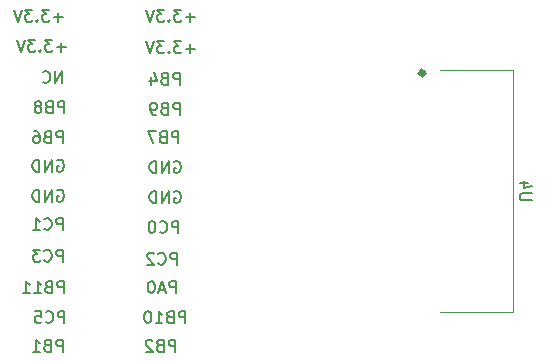
<source format=gbr>
%TF.GenerationSoftware,KiCad,Pcbnew,(5.1.10)-1*%
%TF.CreationDate,2021-12-17T12:10:03-05:00*%
%TF.ProjectId,Chess-Timer-RevA,43686573-732d-4546-996d-65722d526576,rev?*%
%TF.SameCoordinates,Original*%
%TF.FileFunction,Legend,Bot*%
%TF.FilePolarity,Positive*%
%FSLAX46Y46*%
G04 Gerber Fmt 4.6, Leading zero omitted, Abs format (unit mm)*
G04 Created by KiCad (PCBNEW (5.1.10)-1) date 2021-12-17 12:10:03*
%MOMM*%
%LPD*%
G01*
G04 APERTURE LIST*
%ADD10C,0.150000*%
%ADD11C,0.120000*%
%ADD12C,0.500000*%
G04 APERTURE END LIST*
D10*
X8350000Y49204571D02*
X7588095Y49204571D01*
X7969047Y48823619D02*
X7969047Y49585523D01*
X7207142Y49823619D02*
X6588095Y49823619D01*
X6921428Y49442666D01*
X6778571Y49442666D01*
X6683333Y49395047D01*
X6635714Y49347428D01*
X6588095Y49252190D01*
X6588095Y49014095D01*
X6635714Y48918857D01*
X6683333Y48871238D01*
X6778571Y48823619D01*
X7064285Y48823619D01*
X7159523Y48871238D01*
X7207142Y48918857D01*
X6159523Y48918857D02*
X6111904Y48871238D01*
X6159523Y48823619D01*
X6207142Y48871238D01*
X6159523Y48918857D01*
X6159523Y48823619D01*
X5778571Y49823619D02*
X5159523Y49823619D01*
X5492857Y49442666D01*
X5350000Y49442666D01*
X5254761Y49395047D01*
X5207142Y49347428D01*
X5159523Y49252190D01*
X5159523Y49014095D01*
X5207142Y48918857D01*
X5254761Y48871238D01*
X5350000Y48823619D01*
X5635714Y48823619D01*
X5730952Y48871238D01*
X5778571Y48918857D01*
X4873809Y49823619D02*
X4540476Y48823619D01*
X4207142Y49823619D01*
X19272000Y49077571D02*
X18510095Y49077571D01*
X18891047Y48696619D02*
X18891047Y49458523D01*
X18129142Y49696619D02*
X17510095Y49696619D01*
X17843428Y49315666D01*
X17700571Y49315666D01*
X17605333Y49268047D01*
X17557714Y49220428D01*
X17510095Y49125190D01*
X17510095Y48887095D01*
X17557714Y48791857D01*
X17605333Y48744238D01*
X17700571Y48696619D01*
X17986285Y48696619D01*
X18081523Y48744238D01*
X18129142Y48791857D01*
X17081523Y48791857D02*
X17033904Y48744238D01*
X17081523Y48696619D01*
X17129142Y48744238D01*
X17081523Y48791857D01*
X17081523Y48696619D01*
X16700571Y49696619D02*
X16081523Y49696619D01*
X16414857Y49315666D01*
X16272000Y49315666D01*
X16176761Y49268047D01*
X16129142Y49220428D01*
X16081523Y49125190D01*
X16081523Y48887095D01*
X16129142Y48791857D01*
X16176761Y48744238D01*
X16272000Y48696619D01*
X16557714Y48696619D01*
X16652952Y48744238D01*
X16700571Y48791857D01*
X15795809Y49696619D02*
X15462476Y48696619D01*
X15129142Y49696619D01*
X8096000Y51744571D02*
X7334095Y51744571D01*
X7715047Y51363619D02*
X7715047Y52125523D01*
X6953142Y52363619D02*
X6334095Y52363619D01*
X6667428Y51982666D01*
X6524571Y51982666D01*
X6429333Y51935047D01*
X6381714Y51887428D01*
X6334095Y51792190D01*
X6334095Y51554095D01*
X6381714Y51458857D01*
X6429333Y51411238D01*
X6524571Y51363619D01*
X6810285Y51363619D01*
X6905523Y51411238D01*
X6953142Y51458857D01*
X5905523Y51458857D02*
X5857904Y51411238D01*
X5905523Y51363619D01*
X5953142Y51411238D01*
X5905523Y51458857D01*
X5905523Y51363619D01*
X5524571Y52363619D02*
X4905523Y52363619D01*
X5238857Y51982666D01*
X5096000Y51982666D01*
X5000761Y51935047D01*
X4953142Y51887428D01*
X4905523Y51792190D01*
X4905523Y51554095D01*
X4953142Y51458857D01*
X5000761Y51411238D01*
X5096000Y51363619D01*
X5381714Y51363619D01*
X5476952Y51411238D01*
X5524571Y51458857D01*
X4619809Y52363619D02*
X4286476Y51363619D01*
X3953142Y52363619D01*
X19272000Y51744571D02*
X18510095Y51744571D01*
X18891047Y51363619D02*
X18891047Y52125523D01*
X18129142Y52363619D02*
X17510095Y52363619D01*
X17843428Y51982666D01*
X17700571Y51982666D01*
X17605333Y51935047D01*
X17557714Y51887428D01*
X17510095Y51792190D01*
X17510095Y51554095D01*
X17557714Y51458857D01*
X17605333Y51411238D01*
X17700571Y51363619D01*
X17986285Y51363619D01*
X18081523Y51411238D01*
X18129142Y51458857D01*
X17081523Y51458857D02*
X17033904Y51411238D01*
X17081523Y51363619D01*
X17129142Y51411238D01*
X17081523Y51458857D01*
X17081523Y51363619D01*
X16700571Y52363619D02*
X16081523Y52363619D01*
X16414857Y51982666D01*
X16272000Y51982666D01*
X16176761Y51935047D01*
X16129142Y51887428D01*
X16081523Y51792190D01*
X16081523Y51554095D01*
X16129142Y51458857D01*
X16176761Y51411238D01*
X16272000Y51363619D01*
X16557714Y51363619D01*
X16652952Y51411238D01*
X16700571Y51458857D01*
X15795809Y52363619D02*
X15462476Y51363619D01*
X15129142Y52363619D01*
X8024714Y46156619D02*
X8024714Y47156619D01*
X7453285Y46156619D01*
X7453285Y47156619D01*
X6405666Y46251857D02*
X6453285Y46204238D01*
X6596142Y46156619D01*
X6691380Y46156619D01*
X6834238Y46204238D01*
X6929476Y46299476D01*
X6977095Y46394714D01*
X7024714Y46585190D01*
X7024714Y46728047D01*
X6977095Y46918523D01*
X6929476Y47013761D01*
X6834238Y47109000D01*
X6691380Y47156619D01*
X6596142Y47156619D01*
X6453285Y47109000D01*
X6405666Y47061380D01*
X18002095Y46029619D02*
X18002095Y47029619D01*
X17621142Y47029619D01*
X17525904Y46982000D01*
X17478285Y46934380D01*
X17430666Y46839142D01*
X17430666Y46696285D01*
X17478285Y46601047D01*
X17525904Y46553428D01*
X17621142Y46505809D01*
X18002095Y46505809D01*
X16668761Y46553428D02*
X16525904Y46505809D01*
X16478285Y46458190D01*
X16430666Y46362952D01*
X16430666Y46220095D01*
X16478285Y46124857D01*
X16525904Y46077238D01*
X16621142Y46029619D01*
X17002095Y46029619D01*
X17002095Y47029619D01*
X16668761Y47029619D01*
X16573523Y46982000D01*
X16525904Y46934380D01*
X16478285Y46839142D01*
X16478285Y46743904D01*
X16525904Y46648666D01*
X16573523Y46601047D01*
X16668761Y46553428D01*
X17002095Y46553428D01*
X15573523Y46696285D02*
X15573523Y46029619D01*
X15811619Y47077238D02*
X16049714Y46362952D01*
X15430666Y46362952D01*
X18002095Y43489619D02*
X18002095Y44489619D01*
X17621142Y44489619D01*
X17525904Y44442000D01*
X17478285Y44394380D01*
X17430666Y44299142D01*
X17430666Y44156285D01*
X17478285Y44061047D01*
X17525904Y44013428D01*
X17621142Y43965809D01*
X18002095Y43965809D01*
X16668761Y44013428D02*
X16525904Y43965809D01*
X16478285Y43918190D01*
X16430666Y43822952D01*
X16430666Y43680095D01*
X16478285Y43584857D01*
X16525904Y43537238D01*
X16621142Y43489619D01*
X17002095Y43489619D01*
X17002095Y44489619D01*
X16668761Y44489619D01*
X16573523Y44442000D01*
X16525904Y44394380D01*
X16478285Y44299142D01*
X16478285Y44203904D01*
X16525904Y44108666D01*
X16573523Y44061047D01*
X16668761Y44013428D01*
X17002095Y44013428D01*
X15954476Y43489619D02*
X15764000Y43489619D01*
X15668761Y43537238D01*
X15621142Y43584857D01*
X15525904Y43727714D01*
X15478285Y43918190D01*
X15478285Y44299142D01*
X15525904Y44394380D01*
X15573523Y44442000D01*
X15668761Y44489619D01*
X15859238Y44489619D01*
X15954476Y44442000D01*
X16002095Y44394380D01*
X16049714Y44299142D01*
X16049714Y44061047D01*
X16002095Y43965809D01*
X15954476Y43918190D01*
X15859238Y43870571D01*
X15668761Y43870571D01*
X15573523Y43918190D01*
X15525904Y43965809D01*
X15478285Y44061047D01*
X17875095Y41076619D02*
X17875095Y42076619D01*
X17494142Y42076619D01*
X17398904Y42029000D01*
X17351285Y41981380D01*
X17303666Y41886142D01*
X17303666Y41743285D01*
X17351285Y41648047D01*
X17398904Y41600428D01*
X17494142Y41552809D01*
X17875095Y41552809D01*
X16541761Y41600428D02*
X16398904Y41552809D01*
X16351285Y41505190D01*
X16303666Y41409952D01*
X16303666Y41267095D01*
X16351285Y41171857D01*
X16398904Y41124238D01*
X16494142Y41076619D01*
X16875095Y41076619D01*
X16875095Y42076619D01*
X16541761Y42076619D01*
X16446523Y42029000D01*
X16398904Y41981380D01*
X16351285Y41886142D01*
X16351285Y41790904D01*
X16398904Y41695666D01*
X16446523Y41648047D01*
X16541761Y41600428D01*
X16875095Y41600428D01*
X15970333Y42076619D02*
X15303666Y42076619D01*
X15732238Y41076619D01*
X8223095Y43616619D02*
X8223095Y44616619D01*
X7842142Y44616619D01*
X7746904Y44569000D01*
X7699285Y44521380D01*
X7651666Y44426142D01*
X7651666Y44283285D01*
X7699285Y44188047D01*
X7746904Y44140428D01*
X7842142Y44092809D01*
X8223095Y44092809D01*
X6889761Y44140428D02*
X6746904Y44092809D01*
X6699285Y44045190D01*
X6651666Y43949952D01*
X6651666Y43807095D01*
X6699285Y43711857D01*
X6746904Y43664238D01*
X6842142Y43616619D01*
X7223095Y43616619D01*
X7223095Y44616619D01*
X6889761Y44616619D01*
X6794523Y44569000D01*
X6746904Y44521380D01*
X6699285Y44426142D01*
X6699285Y44330904D01*
X6746904Y44235666D01*
X6794523Y44188047D01*
X6889761Y44140428D01*
X7223095Y44140428D01*
X6080238Y44188047D02*
X6175476Y44235666D01*
X6223095Y44283285D01*
X6270714Y44378523D01*
X6270714Y44426142D01*
X6223095Y44521380D01*
X6175476Y44569000D01*
X6080238Y44616619D01*
X5889761Y44616619D01*
X5794523Y44569000D01*
X5746904Y44521380D01*
X5699285Y44426142D01*
X5699285Y44378523D01*
X5746904Y44283285D01*
X5794523Y44235666D01*
X5889761Y44188047D01*
X6080238Y44188047D01*
X6175476Y44140428D01*
X6223095Y44092809D01*
X6270714Y43997571D01*
X6270714Y43807095D01*
X6223095Y43711857D01*
X6175476Y43664238D01*
X6080238Y43616619D01*
X5889761Y43616619D01*
X5794523Y43664238D01*
X5746904Y43711857D01*
X5699285Y43807095D01*
X5699285Y43997571D01*
X5746904Y44092809D01*
X5794523Y44140428D01*
X5889761Y44188047D01*
X8096095Y41076619D02*
X8096095Y42076619D01*
X7715142Y42076619D01*
X7619904Y42029000D01*
X7572285Y41981380D01*
X7524666Y41886142D01*
X7524666Y41743285D01*
X7572285Y41648047D01*
X7619904Y41600428D01*
X7715142Y41552809D01*
X8096095Y41552809D01*
X6762761Y41600428D02*
X6619904Y41552809D01*
X6572285Y41505190D01*
X6524666Y41409952D01*
X6524666Y41267095D01*
X6572285Y41171857D01*
X6619904Y41124238D01*
X6715142Y41076619D01*
X7096095Y41076619D01*
X7096095Y42076619D01*
X6762761Y42076619D01*
X6667523Y42029000D01*
X6619904Y41981380D01*
X6572285Y41886142D01*
X6572285Y41790904D01*
X6619904Y41695666D01*
X6667523Y41648047D01*
X6762761Y41600428D01*
X7096095Y41600428D01*
X5667523Y42076619D02*
X5858000Y42076619D01*
X5953238Y42029000D01*
X6000857Y41981380D01*
X6096095Y41838523D01*
X6143714Y41648047D01*
X6143714Y41267095D01*
X6096095Y41171857D01*
X6048476Y41124238D01*
X5953238Y41076619D01*
X5762761Y41076619D01*
X5667523Y41124238D01*
X5619904Y41171857D01*
X5572285Y41267095D01*
X5572285Y41505190D01*
X5619904Y41600428D01*
X5667523Y41648047D01*
X5762761Y41695666D01*
X5953238Y41695666D01*
X6048476Y41648047D01*
X6096095Y41600428D01*
X6143714Y41505190D01*
X17525904Y39489000D02*
X17621142Y39536619D01*
X17764000Y39536619D01*
X17906857Y39489000D01*
X18002095Y39393761D01*
X18049714Y39298523D01*
X18097333Y39108047D01*
X18097333Y38965190D01*
X18049714Y38774714D01*
X18002095Y38679476D01*
X17906857Y38584238D01*
X17764000Y38536619D01*
X17668761Y38536619D01*
X17525904Y38584238D01*
X17478285Y38631857D01*
X17478285Y38965190D01*
X17668761Y38965190D01*
X17049714Y38536619D02*
X17049714Y39536619D01*
X16478285Y38536619D01*
X16478285Y39536619D01*
X16002095Y38536619D02*
X16002095Y39536619D01*
X15764000Y39536619D01*
X15621142Y39489000D01*
X15525904Y39393761D01*
X15478285Y39298523D01*
X15430666Y39108047D01*
X15430666Y38965190D01*
X15478285Y38774714D01*
X15525904Y38679476D01*
X15621142Y38584238D01*
X15764000Y38536619D01*
X16002095Y38536619D01*
X7619904Y39616000D02*
X7715142Y39663619D01*
X7858000Y39663619D01*
X8000857Y39616000D01*
X8096095Y39520761D01*
X8143714Y39425523D01*
X8191333Y39235047D01*
X8191333Y39092190D01*
X8143714Y38901714D01*
X8096095Y38806476D01*
X8000857Y38711238D01*
X7858000Y38663619D01*
X7762761Y38663619D01*
X7619904Y38711238D01*
X7572285Y38758857D01*
X7572285Y39092190D01*
X7762761Y39092190D01*
X7143714Y38663619D02*
X7143714Y39663619D01*
X6572285Y38663619D01*
X6572285Y39663619D01*
X6096095Y38663619D02*
X6096095Y39663619D01*
X5858000Y39663619D01*
X5715142Y39616000D01*
X5619904Y39520761D01*
X5572285Y39425523D01*
X5524666Y39235047D01*
X5524666Y39092190D01*
X5572285Y38901714D01*
X5619904Y38806476D01*
X5715142Y38711238D01*
X5858000Y38663619D01*
X6096095Y38663619D01*
X7619904Y37076000D02*
X7715142Y37123619D01*
X7858000Y37123619D01*
X8000857Y37076000D01*
X8096095Y36980761D01*
X8143714Y36885523D01*
X8191333Y36695047D01*
X8191333Y36552190D01*
X8143714Y36361714D01*
X8096095Y36266476D01*
X8000857Y36171238D01*
X7858000Y36123619D01*
X7762761Y36123619D01*
X7619904Y36171238D01*
X7572285Y36218857D01*
X7572285Y36552190D01*
X7762761Y36552190D01*
X7143714Y36123619D02*
X7143714Y37123619D01*
X6572285Y36123619D01*
X6572285Y37123619D01*
X6096095Y36123619D02*
X6096095Y37123619D01*
X5858000Y37123619D01*
X5715142Y37076000D01*
X5619904Y36980761D01*
X5572285Y36885523D01*
X5524666Y36695047D01*
X5524666Y36552190D01*
X5572285Y36361714D01*
X5619904Y36266476D01*
X5715142Y36171238D01*
X5858000Y36123619D01*
X6096095Y36123619D01*
X17525904Y36949000D02*
X17621142Y36996619D01*
X17764000Y36996619D01*
X17906857Y36949000D01*
X18002095Y36853761D01*
X18049714Y36758523D01*
X18097333Y36568047D01*
X18097333Y36425190D01*
X18049714Y36234714D01*
X18002095Y36139476D01*
X17906857Y36044238D01*
X17764000Y35996619D01*
X17668761Y35996619D01*
X17525904Y36044238D01*
X17478285Y36091857D01*
X17478285Y36425190D01*
X17668761Y36425190D01*
X17049714Y35996619D02*
X17049714Y36996619D01*
X16478285Y35996619D01*
X16478285Y36996619D01*
X16002095Y35996619D02*
X16002095Y36996619D01*
X15764000Y36996619D01*
X15621142Y36949000D01*
X15525904Y36853761D01*
X15478285Y36758523D01*
X15430666Y36568047D01*
X15430666Y36425190D01*
X15478285Y36234714D01*
X15525904Y36139476D01*
X15621142Y36044238D01*
X15764000Y35996619D01*
X16002095Y35996619D01*
X17875095Y33456619D02*
X17875095Y34456619D01*
X17494142Y34456619D01*
X17398904Y34409000D01*
X17351285Y34361380D01*
X17303666Y34266142D01*
X17303666Y34123285D01*
X17351285Y34028047D01*
X17398904Y33980428D01*
X17494142Y33932809D01*
X17875095Y33932809D01*
X16303666Y33551857D02*
X16351285Y33504238D01*
X16494142Y33456619D01*
X16589380Y33456619D01*
X16732238Y33504238D01*
X16827476Y33599476D01*
X16875095Y33694714D01*
X16922714Y33885190D01*
X16922714Y34028047D01*
X16875095Y34218523D01*
X16827476Y34313761D01*
X16732238Y34409000D01*
X16589380Y34456619D01*
X16494142Y34456619D01*
X16351285Y34409000D01*
X16303666Y34361380D01*
X15684619Y34456619D02*
X15589380Y34456619D01*
X15494142Y34409000D01*
X15446523Y34361380D01*
X15398904Y34266142D01*
X15351285Y34075666D01*
X15351285Y33837571D01*
X15398904Y33647095D01*
X15446523Y33551857D01*
X15494142Y33504238D01*
X15589380Y33456619D01*
X15684619Y33456619D01*
X15779857Y33504238D01*
X15827476Y33551857D01*
X15875095Y33647095D01*
X15922714Y33837571D01*
X15922714Y34075666D01*
X15875095Y34266142D01*
X15827476Y34361380D01*
X15779857Y34409000D01*
X15684619Y34456619D01*
X17748095Y30789619D02*
X17748095Y31789619D01*
X17367142Y31789619D01*
X17271904Y31742000D01*
X17224285Y31694380D01*
X17176666Y31599142D01*
X17176666Y31456285D01*
X17224285Y31361047D01*
X17271904Y31313428D01*
X17367142Y31265809D01*
X17748095Y31265809D01*
X16176666Y30884857D02*
X16224285Y30837238D01*
X16367142Y30789619D01*
X16462380Y30789619D01*
X16605238Y30837238D01*
X16700476Y30932476D01*
X16748095Y31027714D01*
X16795714Y31218190D01*
X16795714Y31361047D01*
X16748095Y31551523D01*
X16700476Y31646761D01*
X16605238Y31742000D01*
X16462380Y31789619D01*
X16367142Y31789619D01*
X16224285Y31742000D01*
X16176666Y31694380D01*
X15795714Y31694380D02*
X15748095Y31742000D01*
X15652857Y31789619D01*
X15414761Y31789619D01*
X15319523Y31742000D01*
X15271904Y31694380D01*
X15224285Y31599142D01*
X15224285Y31503904D01*
X15271904Y31361047D01*
X15843333Y30789619D01*
X15224285Y30789619D01*
X17676666Y28376619D02*
X17676666Y29376619D01*
X17295714Y29376619D01*
X17200476Y29329000D01*
X17152857Y29281380D01*
X17105238Y29186142D01*
X17105238Y29043285D01*
X17152857Y28948047D01*
X17200476Y28900428D01*
X17295714Y28852809D01*
X17676666Y28852809D01*
X16724285Y28662333D02*
X16248095Y28662333D01*
X16819523Y28376619D02*
X16486190Y29376619D01*
X16152857Y28376619D01*
X15629047Y29376619D02*
X15533809Y29376619D01*
X15438571Y29329000D01*
X15390952Y29281380D01*
X15343333Y29186142D01*
X15295714Y28995666D01*
X15295714Y28757571D01*
X15343333Y28567095D01*
X15390952Y28471857D01*
X15438571Y28424238D01*
X15533809Y28376619D01*
X15629047Y28376619D01*
X15724285Y28424238D01*
X15771904Y28471857D01*
X15819523Y28567095D01*
X15867142Y28757571D01*
X15867142Y28995666D01*
X15819523Y29186142D01*
X15771904Y29281380D01*
X15724285Y29329000D01*
X15629047Y29376619D01*
X18478285Y25836619D02*
X18478285Y26836619D01*
X18097333Y26836619D01*
X18002095Y26789000D01*
X17954476Y26741380D01*
X17906857Y26646142D01*
X17906857Y26503285D01*
X17954476Y26408047D01*
X18002095Y26360428D01*
X18097333Y26312809D01*
X18478285Y26312809D01*
X17144952Y26360428D02*
X17002095Y26312809D01*
X16954476Y26265190D01*
X16906857Y26169952D01*
X16906857Y26027095D01*
X16954476Y25931857D01*
X17002095Y25884238D01*
X17097333Y25836619D01*
X17478285Y25836619D01*
X17478285Y26836619D01*
X17144952Y26836619D01*
X17049714Y26789000D01*
X17002095Y26741380D01*
X16954476Y26646142D01*
X16954476Y26550904D01*
X17002095Y26455666D01*
X17049714Y26408047D01*
X17144952Y26360428D01*
X17478285Y26360428D01*
X15954476Y25836619D02*
X16525904Y25836619D01*
X16240190Y25836619D02*
X16240190Y26836619D01*
X16335428Y26693761D01*
X16430666Y26598523D01*
X16525904Y26550904D01*
X15335428Y26836619D02*
X15240190Y26836619D01*
X15144952Y26789000D01*
X15097333Y26741380D01*
X15049714Y26646142D01*
X15002095Y26455666D01*
X15002095Y26217571D01*
X15049714Y26027095D01*
X15097333Y25931857D01*
X15144952Y25884238D01*
X15240190Y25836619D01*
X15335428Y25836619D01*
X15430666Y25884238D01*
X15478285Y25931857D01*
X15525904Y26027095D01*
X15573523Y26217571D01*
X15573523Y26455666D01*
X15525904Y26646142D01*
X15478285Y26741380D01*
X15430666Y26789000D01*
X15335428Y26836619D01*
X17621095Y23423619D02*
X17621095Y24423619D01*
X17240142Y24423619D01*
X17144904Y24376000D01*
X17097285Y24328380D01*
X17049666Y24233142D01*
X17049666Y24090285D01*
X17097285Y23995047D01*
X17144904Y23947428D01*
X17240142Y23899809D01*
X17621095Y23899809D01*
X16287761Y23947428D02*
X16144904Y23899809D01*
X16097285Y23852190D01*
X16049666Y23756952D01*
X16049666Y23614095D01*
X16097285Y23518857D01*
X16144904Y23471238D01*
X16240142Y23423619D01*
X16621095Y23423619D01*
X16621095Y24423619D01*
X16287761Y24423619D01*
X16192523Y24376000D01*
X16144904Y24328380D01*
X16097285Y24233142D01*
X16097285Y24137904D01*
X16144904Y24042666D01*
X16192523Y23995047D01*
X16287761Y23947428D01*
X16621095Y23947428D01*
X15668714Y24328380D02*
X15621095Y24376000D01*
X15525857Y24423619D01*
X15287761Y24423619D01*
X15192523Y24376000D01*
X15144904Y24328380D01*
X15097285Y24233142D01*
X15097285Y24137904D01*
X15144904Y23995047D01*
X15716333Y23423619D01*
X15097285Y23423619D01*
X8096095Y33710619D02*
X8096095Y34710619D01*
X7715142Y34710619D01*
X7619904Y34663000D01*
X7572285Y34615380D01*
X7524666Y34520142D01*
X7524666Y34377285D01*
X7572285Y34282047D01*
X7619904Y34234428D01*
X7715142Y34186809D01*
X8096095Y34186809D01*
X6524666Y33805857D02*
X6572285Y33758238D01*
X6715142Y33710619D01*
X6810380Y33710619D01*
X6953238Y33758238D01*
X7048476Y33853476D01*
X7096095Y33948714D01*
X7143714Y34139190D01*
X7143714Y34282047D01*
X7096095Y34472523D01*
X7048476Y34567761D01*
X6953238Y34663000D01*
X6810380Y34710619D01*
X6715142Y34710619D01*
X6572285Y34663000D01*
X6524666Y34615380D01*
X5572285Y33710619D02*
X6143714Y33710619D01*
X5858000Y33710619D02*
X5858000Y34710619D01*
X5953238Y34567761D01*
X6048476Y34472523D01*
X6143714Y34424904D01*
X8096095Y31043619D02*
X8096095Y32043619D01*
X7715142Y32043619D01*
X7619904Y31996000D01*
X7572285Y31948380D01*
X7524666Y31853142D01*
X7524666Y31710285D01*
X7572285Y31615047D01*
X7619904Y31567428D01*
X7715142Y31519809D01*
X8096095Y31519809D01*
X6524666Y31138857D02*
X6572285Y31091238D01*
X6715142Y31043619D01*
X6810380Y31043619D01*
X6953238Y31091238D01*
X7048476Y31186476D01*
X7096095Y31281714D01*
X7143714Y31472190D01*
X7143714Y31615047D01*
X7096095Y31805523D01*
X7048476Y31900761D01*
X6953238Y31996000D01*
X6810380Y32043619D01*
X6715142Y32043619D01*
X6572285Y31996000D01*
X6524666Y31948380D01*
X6191333Y32043619D02*
X5572285Y32043619D01*
X5905619Y31662666D01*
X5762761Y31662666D01*
X5667523Y31615047D01*
X5619904Y31567428D01*
X5572285Y31472190D01*
X5572285Y31234095D01*
X5619904Y31138857D01*
X5667523Y31091238D01*
X5762761Y31043619D01*
X6048476Y31043619D01*
X6143714Y31091238D01*
X6191333Y31138857D01*
X8191285Y28376619D02*
X8191285Y29376619D01*
X7810333Y29376619D01*
X7715095Y29329000D01*
X7667476Y29281380D01*
X7619857Y29186142D01*
X7619857Y29043285D01*
X7667476Y28948047D01*
X7715095Y28900428D01*
X7810333Y28852809D01*
X8191285Y28852809D01*
X6857952Y28900428D02*
X6715095Y28852809D01*
X6667476Y28805190D01*
X6619857Y28709952D01*
X6619857Y28567095D01*
X6667476Y28471857D01*
X6715095Y28424238D01*
X6810333Y28376619D01*
X7191285Y28376619D01*
X7191285Y29376619D01*
X6857952Y29376619D01*
X6762714Y29329000D01*
X6715095Y29281380D01*
X6667476Y29186142D01*
X6667476Y29090904D01*
X6715095Y28995666D01*
X6762714Y28948047D01*
X6857952Y28900428D01*
X7191285Y28900428D01*
X5667476Y28376619D02*
X6238904Y28376619D01*
X5953190Y28376619D02*
X5953190Y29376619D01*
X6048428Y29233761D01*
X6143666Y29138523D01*
X6238904Y29090904D01*
X4715095Y28376619D02*
X5286523Y28376619D01*
X5000809Y28376619D02*
X5000809Y29376619D01*
X5096047Y29233761D01*
X5191285Y29138523D01*
X5286523Y29090904D01*
X8223095Y25836619D02*
X8223095Y26836619D01*
X7842142Y26836619D01*
X7746904Y26789000D01*
X7699285Y26741380D01*
X7651666Y26646142D01*
X7651666Y26503285D01*
X7699285Y26408047D01*
X7746904Y26360428D01*
X7842142Y26312809D01*
X8223095Y26312809D01*
X6651666Y25931857D02*
X6699285Y25884238D01*
X6842142Y25836619D01*
X6937380Y25836619D01*
X7080238Y25884238D01*
X7175476Y25979476D01*
X7223095Y26074714D01*
X7270714Y26265190D01*
X7270714Y26408047D01*
X7223095Y26598523D01*
X7175476Y26693761D01*
X7080238Y26789000D01*
X6937380Y26836619D01*
X6842142Y26836619D01*
X6699285Y26789000D01*
X6651666Y26741380D01*
X5746904Y26836619D02*
X6223095Y26836619D01*
X6270714Y26360428D01*
X6223095Y26408047D01*
X6127857Y26455666D01*
X5889761Y26455666D01*
X5794523Y26408047D01*
X5746904Y26360428D01*
X5699285Y26265190D01*
X5699285Y26027095D01*
X5746904Y25931857D01*
X5794523Y25884238D01*
X5889761Y25836619D01*
X6127857Y25836619D01*
X6223095Y25884238D01*
X6270714Y25931857D01*
X8096095Y23423619D02*
X8096095Y24423619D01*
X7715142Y24423619D01*
X7619904Y24376000D01*
X7572285Y24328380D01*
X7524666Y24233142D01*
X7524666Y24090285D01*
X7572285Y23995047D01*
X7619904Y23947428D01*
X7715142Y23899809D01*
X8096095Y23899809D01*
X6762761Y23947428D02*
X6619904Y23899809D01*
X6572285Y23852190D01*
X6524666Y23756952D01*
X6524666Y23614095D01*
X6572285Y23518857D01*
X6619904Y23471238D01*
X6715142Y23423619D01*
X7096095Y23423619D01*
X7096095Y24423619D01*
X6762761Y24423619D01*
X6667523Y24376000D01*
X6619904Y24328380D01*
X6572285Y24233142D01*
X6572285Y24137904D01*
X6619904Y24042666D01*
X6667523Y23995047D01*
X6762761Y23947428D01*
X7096095Y23947428D01*
X5572285Y23423619D02*
X6143714Y23423619D01*
X5858000Y23423619D02*
X5858000Y24423619D01*
X5953238Y24280761D01*
X6048476Y24185523D01*
X6143714Y24137904D01*
D11*
%TO.C,U4*%
X46250000Y47250000D02*
X40000000Y47250000D01*
X46250000Y26750000D02*
X40000000Y26750000D01*
X46250000Y26750000D02*
X46250000Y47250000D01*
D12*
X38650000Y47000000D02*
G75*
G03*
X38650000Y47000000I-150000J0D01*
G01*
D10*
X47797619Y36238095D02*
X46988095Y36238095D01*
X46892857Y36285714D01*
X46845238Y36333333D01*
X46797619Y36428571D01*
X46797619Y36619047D01*
X46845238Y36714285D01*
X46892857Y36761904D01*
X46988095Y36809523D01*
X47797619Y36809523D01*
X47464285Y37714285D02*
X46797619Y37714285D01*
X47845238Y37476190D02*
X47130952Y37238095D01*
X47130952Y37857142D01*
%TD*%
M02*

</source>
